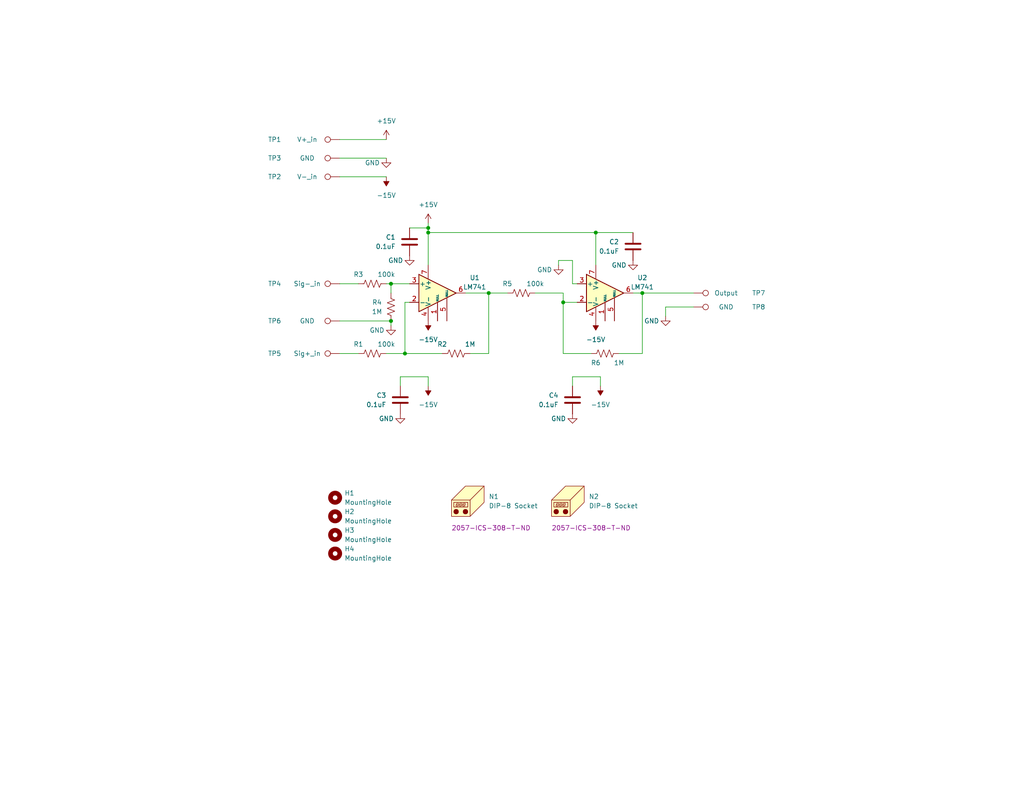
<source format=kicad_sch>
(kicad_sch (version 20230121) (generator eeschema)
  (paper "USLetter")
  (lib_symbols
    (symbol "Amplifier_Operational:LM741" (pin_names (offset 0.127))
      (property "Reference" "U" (at 0 6.35 0))
      (property "Value" "LM741" (at 0 3.81 0))
      (symbol "LM741_0_1"
        (polyline (pts (xy -5.08 5.08) (xy 5.08 0) (xy -5.08 -5.08) (xy -5.08 5.08)) (stroke (width 0.254)) (fill (type background)))
      )
      (symbol "LM741_1_1"
        (pin input line (at 0 -7.62 90) (length 5.08) (name "NULL") (number "1"))
        (pin input line (at -7.62 -2.54 0) (length 2.54) (name "-") (number "2"))
        (pin input line (at -7.62 2.54 0) (length 2.54) (name "+") (number "3"))
        (pin power_in line (at -2.54 -7.62 90) (length 3.81) (name "V-") (number "4"))
        (pin input line (at 2.54 -7.62 90) (length 6.35) (name "NULL") (number "5"))
        (pin output line (at 7.62 0 180) (length 2.54) (name "~") (number "6"))
        (pin power_in line (at -2.54 7.62 270) (length 3.81) (name "V+") (number "7"))
        (pin no_connect line (at 0 2.54 270) (length 2.54) hide (name "NC") (number "8"))
      )
    )
    (symbol "Connector:TestPoint" (pin_numbers hide) (pin_names (offset 0.762) hide)
      (property "Reference" "TP" (at 0 6.858 0))
      (property "Value" "TestPoint" (at 0 5.08 0))
      (symbol "TestPoint_0_1"
        (circle (center 0 3.302) (radius 0.762))
      )
      (symbol "TestPoint_1_1"
        (pin passive line (at 0 0 90) (length 2.54) (name "1") (number "1"))
      )
    )
    (symbol "Device:C" (pin_numbers hide) (pin_names (offset 0.254))
      (property "Reference" "C" (at 0.635 2.54 0))
      (property "Value" "C" (at 0.635 -2.54 0))
      (symbol "C_0_1"
        (polyline (pts (xy -2.032 -0.762) (xy 2.032 -0.762)) (stroke (width 0.508)))
        (polyline (pts (xy -2.032 0.762) (xy 2.032 0.762)) (stroke (width 0.508)))
      )
      (symbol "C_1_1"
        (pin passive line (at 0 3.81 270) (length 2.794) (name "~") (number "1"))
        (pin passive line (at 0 -3.81 90) (length 2.794) (name "~") (number "2"))
      )
    )
    (symbol "Device:R_US" (pin_numbers hide) (pin_names (offset 0))
      (property "Reference" "R" (at 2.54 0 90))
      (property "Value" "R_US" (at -2.54 0 90))
      (symbol "R_US_0_1"
        (polyline (pts (xy 0 -2.286) (xy 0 -2.54)))
        (polyline (pts (xy 0 2.286) (xy 0 2.54)))
        (polyline (pts (xy 0 -0.762) (xy 1.016 -1.143) (xy 0 -1.524) (xy -1.016 -1.905) (xy 0 -2.286)))
        (polyline (pts (xy 0 0.762) (xy 1.016 0.381) (xy 0 0) (xy -1.016 -0.381) (xy 0 -0.762)))
        (polyline (pts (xy 0 2.286) (xy 1.016 1.905) (xy 0 1.524) (xy -1.016 1.143) (xy 0 0.762)))
      )
      (symbol "R_US_1_1"
        (pin passive line (at 0 3.81 270) (length 1.27) (name "~") (number "1"))
        (pin passive line (at 0 -3.81 90) (length 1.27) (name "~") (number "2"))
      )
    )
    (symbol "Mechanical:Housing" (pin_names (offset 1.016))
      (property "Reference" "N" (at 3.81 0 0))
      (property "Value" "Housing" (at 3.81 -1.905 0))
      (symbol "Housing_0_1"
        (rectangle (start -5.08 -0.635) (end -1.27 -1.905))
        (circle (center -4.445 -3.175) (radius 0.635) (fill (type outline)))
        (circle (center -1.905 -3.175) (radius 0.635) (fill (type outline)))
        (polyline (pts (xy -4.5212 -1.5748) (xy -4.4704 -1.3716)))
        (polyline (pts (xy -4.4196 -1.6764) (xy -4.064 -1.6764)))
        (polyline (pts (xy -4.4196 -1.2192) (xy -4.3688 -0.9652)))
        (polyline (pts (xy -4.318 -1.3208) (xy -4.0132 -1.3208)))
        (polyline (pts (xy -4.2164 -0.9144) (xy -3.9116 -0.9144)))
        (polyline (pts (xy -3.9116 -1.6256) (xy -3.8608 -1.3716)))
        (polyline (pts (xy -3.81 -1.2192) (xy -3.7592 -0.9652)))
        (polyline (pts (xy -3.6068 -1.5748) (xy -3.556 -1.3716)))
        (polyline (pts (xy -3.5052 -1.6764) (xy -3.1496 -1.6764)))
        (polyline (pts (xy -3.5052 -1.2192) (xy -3.4544 -0.9652)))
        (polyline (pts (xy -3.4036 -1.3208) (xy -3.0988 -1.3208)))
        (polyline (pts (xy -3.302 -0.9144) (xy -2.9972 -0.9144)))
        (polyline (pts (xy -2.9972 -1.6256) (xy -2.9464 -1.3716)))
        (polyline (pts (xy -2.8956 -1.2192) (xy -2.8448 -0.9652)))
        (polyline (pts (xy -2.6924 -1.5748) (xy -2.6416 -1.3716)))
        (polyline (pts (xy -2.5908 -1.6764) (xy -2.2352 -1.6764)))
        (polyline (pts (xy -2.5908 -1.2192) (xy -2.54 -0.9652)))
        (polyline (pts (xy -2.4892 -1.3208) (xy -2.1844 -1.3208)))
        (polyline (pts (xy -2.3876 -0.9144) (xy -2.0828 -0.9144)))
        (polyline (pts (xy -2.0828 -1.6256) (xy -2.032 -1.3716)))
        (polyline (pts (xy -1.9812 -1.2192) (xy -1.9304 -0.9652)))
        (polyline (pts (xy -0.635 0) (xy -0.635 -4.445)))
        (polyline (pts (xy -5.715 0) (xy -0.635 0) (xy 3.175 3.81)))
        (polyline (pts (xy -5.715 0) (xy -5.715 -4.445) (xy -0.635 -4.445) (xy 3.175 -0.635) (xy 3.175 3.81) (xy -1.905 3.81) (xy -5.715 0)) (fill (type background)))
      )
    )
    (symbol "Mechanical:MountingHole" (pin_names (offset 1.016))
      (property "Reference" "H" (at 0 5.08 0))
      (property "Value" "MountingHole" (at 0 3.175 0))
      (symbol "MountingHole_0_1"
        (circle (center 0 0) (radius 1.27) (stroke (width 1.27)))
      )
    )
    (symbol "power:+15V" (power) (pin_names (offset 0))
      (property "Value" "+15V" (at 0 3.556 0))
      (symbol "+15V_0_1"
        (polyline (pts (xy -0.762 1.27) (xy 0 2.54)))
        (polyline (pts (xy 0 0) (xy 0 2.54)))
        (polyline (pts (xy 0 2.54) (xy 0.762 1.27)))
      )
      (symbol "+15V_1_1"
        (pin power_in line (at 0 0 90) (length 0) hide (name "+15V") (number "1"))
      )
    )
    (symbol "power:-15V" (power) (pin_names (offset 0))
      (property "Value" "-15V" (at 0 3.81 0))
      (symbol "-15V_0_0"
        (pin power_in line (at 0 0 90) (length 0) hide (name "-15V") (number "1"))
      )
      (symbol "-15V_0_1"
        (polyline (pts (xy 0 0) (xy 0 1.27) (xy 0.762 1.27) (xy 0 2.54) (xy -0.762 1.27) (xy 0 1.27)) (fill (type outline)))
      )
    )
    (symbol "power:GND" (power) (pin_names (offset 0))
      (property "Value" "GND" (at 0 -3.81 0))
      (symbol "GND_0_1"
        (polyline (pts (xy 0 0) (xy 0 -1.27) (xy 1.27 -1.27) (xy 0 -2.54) (xy -1.27 -1.27) (xy 0 -1.27)))
      )
      (symbol "GND_1_1"
        (pin power_in line (at 0 0 270) (length 0) hide (name "GND") (number "1"))
      )
    )
  )
  (junction (at 110.49 96.52))
  (junction (at 116.84 62.23))
  (junction (at 153.67 82.55))
  (junction (at 133.35 80.01))
  (junction (at 162.56 63.5))
  (junction (at 116.84 63.5))
  (junction (at 106.68 77.47))
  (junction (at 106.68 87.63))
  (junction (at 175.26 80.01))
  (wire (pts (xy 92.71 38.1) (xy 105.41 38.1)))
  (wire (pts (xy 109.22 102.87) (xy 116.84 102.87)))
  (wire (pts (xy 116.84 62.23) (xy 116.84 63.5)))
  (wire (pts (xy 181.61 86.36) (xy 181.61 83.82)))
  (wire (pts (xy 152.4 72.39) (xy 152.4 71.12)))
  (wire (pts (xy 109.22 105.41) (xy 109.22 102.87)))
  (wire (pts (xy 116.84 60.96) (xy 116.84 62.23)))
  (wire (pts (xy 92.71 96.52) (xy 97.79 96.52)))
  (wire (pts (xy 111.76 62.23) (xy 116.84 62.23)))
  (wire (pts (xy 105.41 77.47) (xy 106.68 77.47)))
  (wire (pts (xy 105.41 96.52) (xy 110.49 96.52)))
  (wire (pts (xy 111.76 82.55) (xy 110.49 82.55)))
  (wire (pts (xy 110.49 82.55) (xy 110.49 96.52)))
  (wire (pts (xy 92.71 48.26) (xy 105.41 48.26)))
  (wire (pts (xy 92.71 87.63) (xy 106.68 87.63)))
  (wire (pts (xy 156.21 71.12) (xy 156.21 77.47)))
  (wire (pts (xy 156.21 77.47) (xy 157.48 77.47)))
  (wire (pts (xy 162.56 63.5) (xy 162.56 72.39)))
  (wire (pts (xy 163.83 102.87) (xy 163.83 105.41)))
  (wire (pts (xy 181.61 83.82) (xy 189.23 83.82)))
  (wire (pts (xy 146.05 80.01) (xy 153.67 80.01)))
  (wire (pts (xy 152.4 71.12) (xy 156.21 71.12)))
  (wire (pts (xy 133.35 80.01) (xy 127 80.01)))
  (wire (pts (xy 162.56 63.5) (xy 172.72 63.5)))
  (wire (pts (xy 128.27 96.52) (xy 133.35 96.52)))
  (wire (pts (xy 175.26 80.01) (xy 189.23 80.01)))
  (wire (pts (xy 175.26 80.01) (xy 175.26 96.52)))
  (wire (pts (xy 133.35 96.52) (xy 133.35 80.01)))
  (wire (pts (xy 110.49 96.52) (xy 120.65 96.52)))
  (wire (pts (xy 116.84 102.87) (xy 116.84 105.41)))
  (wire (pts (xy 116.84 63.5) (xy 116.84 72.39)))
  (wire (pts (xy 172.72 80.01) (xy 175.26 80.01)))
  (wire (pts (xy 153.67 80.01) (xy 153.67 82.55)))
  (wire (pts (xy 92.71 77.47) (xy 97.79 77.47)))
  (wire (pts (xy 133.35 80.01) (xy 138.43 80.01)))
  (wire (pts (xy 156.21 105.41) (xy 156.21 102.87)))
  (wire (pts (xy 156.21 102.87) (xy 163.83 102.87)))
  (wire (pts (xy 175.26 96.52) (xy 168.91 96.52)))
  (wire (pts (xy 161.29 96.52) (xy 153.67 96.52)))
  (wire (pts (xy 106.68 77.47) (xy 106.68 80.01)))
  (wire (pts (xy 106.68 77.47) (xy 111.76 77.47)))
  (wire (pts (xy 153.67 82.55) (xy 157.48 82.55)))
  (wire (pts (xy 106.68 87.63) (xy 106.68 88.9)))
  (wire (pts (xy 116.84 63.5) (xy 162.56 63.5)))
  (wire (pts (xy 153.67 96.52) (xy 153.67 82.55)))
  (wire (pts (xy 92.71 43.18) (xy 105.41 43.18)))
  (symbol (lib_id "Mechanical:MountingHole") (at 91.44 151.13 0) (unit 1)
    (property "Reference" "H4" (at 93.98 149.86 0) (effects (justify left)))
    (property "Value" "MountingHole" (at 93.98 152.4 0) (effects (justify left)))
    (property "Footprint" "MountingHole:MountingHole_3.2mm_M3_Pad" (effects hide))
  )
  (symbol (lib_id "Connector:TestPoint") (at 92.71 96.52 90) (unit 1)
    (property "Reference" "TP5" (at 74.93 96.52 90))
    (property "Value" "Sig+_in" (at 83.82 96.52 90))
    (property "Footprint" "TestPoint:TestPoint_Loop_D2.54mm_Drill1.5mm_Beaded" (effects hide))
  )
  (symbol (lib_id "power:GND") (at 106.68 88.9 0) (unit 1)
    (property "Reference" "#PWR01" (effects hide))
    (property "Value" "GND" (at 102.87 90.17 0))
  )
  (symbol (lib_id "Device:R_US") (at 142.24 80.01 90) (unit 1)
    (property "Reference" "R5" (at 138.43 77.47 90))
    (property "Value" "100k" (at 146.05 77.47 90))
    (property "Footprint" "Resistor_THT:R_Axial_DIN0207_L6.3mm_D2.5mm_P10.16mm_Horizontal" (effects hide))
    (property "CatNo" "CF14JT100KCT-ND" (effects hide))
    (property "Vendor" "DigiKey" (effects hide))
  )
  (symbol (lib_id "power:GND") (at 172.72 71.12 0) (unit 1)
    (property "Reference" "#PWR05" (effects hide))
    (property "Value" "GND" (at 168.91 72.39 0))
  )
  (symbol (lib_id "power:-15V") (at 105.41 48.26 0) (mirror x) (unit 1)
    (property "Reference" "#PWR014" (effects hide))
    (property "Value" "-15V" (at 105.41 53.34 0))
  )
  (symbol (lib_id "Device:R_US") (at 165.1 96.52 270) (unit 1)
    (property "Reference" "R6" (at 162.56 99.06 90))
    (property "Value" "1M" (at 168.91 99.06 90))
    (property "Footprint" "Resistor_THT:R_Axial_DIN0207_L6.3mm_D2.5mm_P10.16mm_Horizontal" (effects hide))
    (property "CatNo" "CF14JT1M00CT-ND" (effects hide))
    (property "Vendor" "DigiKey" (effects hide))
  )
  (symbol (lib_id "Connector:TestPoint") (at 92.71 87.63 90) (unit 1)
    (property "Reference" "TP6" (at 74.93 87.63 90))
    (property "Value" "GND" (at 83.82 87.63 90))
    (property "Footprint" "TestPoint:TestPoint_Loop_D2.54mm_Drill1.5mm_Beaded" (effects hide))
  )
  (symbol (lib_id "power:GND") (at 109.22 113.03 0) (unit 1)
    (property "Reference" "#PWR09" (effects hide))
    (property "Value" "GND" (at 105.41 114.3 0))
  )
  (symbol (lib_id "power:GND") (at 111.76 69.85 0) (unit 1)
    (property "Reference" "#PWR04" (effects hide))
    (property "Value" "GND" (at 107.95 71.12 0))
  )
  (symbol (lib_id "Amplifier_Operational:LM741") (at 165.1 80.01 0) (unit 1)
    (property "Reference" "U2" (at 175.26 75.8191 0))
    (property "Value" "LM741" (at 175.26 78.3591 0))
    (property "Footprint" "Package_DIP:DIP-8_W7.62mm_Socket" (effects hide))
    (property "Datasheet" "http://www.ti.com/lit/ds/symlink/lm741.pdf" (effects hide))
    (property "CatNo" "LM741CNNS/NOPB-ND" (effects hide))
    (property "Vendor" "DigiKey" (effects hide))
  )
  (symbol (lib_id "Device:C") (at 109.22 109.22 0) (unit 1)
    (property "Reference" "C3" (at 105.41 107.95 0) (effects (justify right)))
    (property "Value" "0.1uF" (at 105.41 110.49 0) (effects (justify right)))
    (property "Footprint" "Capacitor_THT:C_Disc_D5.0mm_W2.5mm_P2.50mm" (effects hide))
    (property "CatNo" "399-4264-ND" (effects hide))
    (property "Vendor" "DigiKey" (effects hide))
  )
  (symbol (lib_id "Mechanical:MountingHole") (at 91.44 140.97 0) (unit 1)
    (property "Reference" "H2" (at 93.98 139.7 0) (effects (justify left)))
    (property "Value" "MountingHole" (at 93.98 142.24 0) (effects (justify left)))
    (property "Footprint" "MountingHole:MountingHole_3.2mm_M3_Pad" (effects hide))
  )
  (symbol (lib_id "Device:C") (at 172.72 67.31 0) (unit 1)
    (property "Reference" "C2" (at 168.91 66.04 0) (effects (justify right)))
    (property "Value" "0.1uF" (at 168.91 68.58 0) (effects (justify right)))
    (property "Footprint" "Capacitor_THT:C_Disc_D5.0mm_W2.5mm_P2.50mm" (effects hide))
    (property "CatNo" "399-4264-ND" (effects hide))
    (property "Vendor" "DigiKey" (effects hide))
  )
  (symbol (lib_id "Device:R_US") (at 124.46 96.52 90) (unit 1)
    (property "Reference" "R2" (at 120.65 93.98 90))
    (property "Value" "1M" (at 128.27 93.98 90))
    (property "Footprint" "Resistor_THT:R_Axial_DIN0207_L6.3mm_D2.5mm_P10.16mm_Horizontal" (effects hide))
    (property "CatNo" "CF14JT1M00CT-ND" (effects hide))
    (property "Vendor" "DigiKey" (effects hide))
  )
  (symbol (lib_id "power:-15V") (at 163.83 105.41 0) (mirror x) (unit 1)
    (property "Reference" "#PWR011" (effects hide))
    (property "Value" "-15V" (at 163.83 110.49 0))
  )
  (symbol (lib_id "Mechanical:Housing") (at 156.21 136.525 0) (unit 1)
    (property "Reference" "N2" (at 160.655 135.5725 0) (effects (justify left)))
    (property "Value" "DIP-8 Socket" (at 160.655 138.1125 0) (effects (justify left)))
    (property "CatNo" "2057-ICS-308-T-ND" (at 161.29 144.145 0))
    (property "Vendor" "DigiKey" (effects hide))
  )
  (symbol (lib_id "Connector:TestPoint") (at 92.71 43.18 90) (unit 1)
    (property "Reference" "TP3" (at 74.93 43.18 90))
    (property "Value" "GND" (at 83.82 43.18 90))
    (property "Footprint" "TestPoint:TestPoint_Loop_D2.54mm_Drill1.5mm_Beaded" (effects hide))
  )
  (symbol (lib_id "Connector:TestPoint") (at 92.71 48.26 90) (unit 1)
    (property "Reference" "TP2" (at 74.93 48.26 90))
    (property "Value" "V-_in" (at 83.82 48.26 90))
    (property "Footprint" "TestPoint:TestPoint_Loop_D2.54mm_Drill1.5mm_Beaded" (effects hide))
  )
  (symbol (lib_id "power:+15V") (at 116.84 60.96 0) (unit 1)
    (property "Reference" "#PWR03" (effects hide))
    (property "Value" "+15V" (at 116.84 55.88 0))
  )
  (symbol (lib_id "power:-15V") (at 116.84 87.63 0) (mirror x) (unit 1)
    (property "Reference" "#PWR06" (effects hide))
    (property "Value" "-15V" (at 116.84 92.71 0))
  )
  (symbol (lib_id "power:GND") (at 156.21 113.03 0) (unit 1)
    (property "Reference" "#PWR010" (effects hide))
    (property "Value" "GND" (at 152.4 114.3 0))
  )
  (symbol (lib_id "Connector:TestPoint") (at 92.71 77.47 90) (unit 1)
    (property "Reference" "TP4" (at 74.93 77.47 90))
    (property "Value" "Sig-_in" (at 83.82 77.47 90))
    (property "Footprint" "TestPoint:TestPoint_Loop_D2.54mm_Drill1.5mm_Beaded" (effects hide))
  )
  (symbol (lib_id "power:GND") (at 181.61 86.36 0) (unit 1)
    (property "Reference" "#PWR012" (effects hide))
    (property "Value" "GND" (at 177.8 87.63 0))
  )
  (symbol (lib_id "Device:R_US") (at 106.68 83.82 180) (unit 1)
    (property "Reference" "R4" (at 102.87 82.55 0))
    (property "Value" "1M" (at 102.87 85.09 0))
    (property "Footprint" "Resistor_THT:R_Axial_DIN0207_L6.3mm_D2.5mm_P10.16mm_Horizontal" (effects hide))
    (property "CatNo" "CF14JT1M00CT-ND" (effects hide))
    (property "Vendor" "DigiKey" (effects hide))
  )
  (symbol (lib_id "Device:C") (at 156.21 109.22 0) (unit 1)
    (property "Reference" "C4" (at 152.4 107.95 0) (effects (justify right)))
    (property "Value" "0.1uF" (at 152.4 110.49 0) (effects (justify right)))
    (property "Footprint" "Capacitor_THT:C_Disc_D5.0mm_W2.5mm_P2.50mm" (effects hide))
    (property "CatNo" "399-4264-ND" (effects hide))
    (property "Vendor" "DigiKey" (effects hide))
  )
  (symbol (lib_id "Mechanical:MountingHole") (at 91.44 146.05 0) (unit 1)
    (property "Reference" "H3" (at 93.98 144.78 0) (effects (justify left)))
    (property "Value" "MountingHole" (at 93.98 147.32 0) (effects (justify left)))
    (property "Footprint" "MountingHole:MountingHole_3.2mm_M3_Pad" (effects hide))
  )
  (symbol (lib_id "Connector:TestPoint") (at 189.23 83.82 270) (mirror x) (unit 1)
    (property "Reference" "TP8" (at 207.01 83.82 90))
    (property "Value" "GND" (at 198.12 83.82 90))
    (property "Footprint" "TestPoint:TestPoint_Loop_D2.54mm_Drill1.5mm_Beaded" (effects hide))
  )
  (symbol (lib_id "power:-15V") (at 116.84 105.41 0) (mirror x) (unit 1)
    (property "Reference" "#PWR08" (effects hide))
    (property "Value" "-15V" (at 116.84 110.49 0))
  )
  (symbol (lib_id "power:GND") (at 152.4 72.39 0) (unit 1)
    (property "Reference" "#PWR02" (effects hide))
    (property "Value" "GND" (at 148.59 73.66 0))
  )
  (symbol (lib_id "Device:R_US") (at 101.6 77.47 90) (unit 1)
    (property "Reference" "R3" (at 97.79 74.93 90))
    (property "Value" "100k" (at 105.41 74.93 90))
    (property "Footprint" "Resistor_THT:R_Axial_DIN0207_L6.3mm_D2.5mm_P10.16mm_Horizontal" (effects hide))
    (property "CatNo" "CF14JT100KCT-ND" (effects hide))
    (property "Vendor" "DigiKey" (effects hide))
  )
  (symbol (lib_id "Mechanical:MountingHole") (at 91.44 135.89 0) (unit 1)
    (property "Reference" "H1" (at 93.98 134.62 0) (effects (justify left)))
    (property "Value" "MountingHole" (at 93.98 137.16 0) (effects (justify left)))
    (property "Footprint" "MountingHole:MountingHole_3.2mm_M3_Pad" (effects hide))
  )
  (symbol (lib_id "power:+15V") (at 105.41 38.1 0) (unit 1)
    (property "Reference" "#PWR013" (effects hide))
    (property "Value" "+15V" (at 105.41 33.02 0))
  )
  (symbol (lib_id "Connector:TestPoint") (at 92.71 38.1 90) (unit 1)
    (property "Reference" "TP1" (at 74.93 38.1 90))
    (property "Value" "V+_in" (at 83.82 38.1 90))
    (property "Footprint" "TestPoint:TestPoint_Loop_D2.54mm_Drill1.5mm_Beaded" (effects hide))
  )
  (symbol (lib_id "power:GND") (at 105.41 43.18 0) (unit 1)
    (property "Reference" "#PWR015" (effects hide))
    (property "Value" "GND" (at 101.6 44.45 0))
  )
  (symbol (lib_id "Device:R_US") (at 101.6 96.52 90) (unit 1)
    (property "Reference" "R1" (at 97.79 93.98 90))
    (property "Value" "100k" (at 105.41 93.98 90))
    (property "Footprint" "Resistor_THT:R_Axial_DIN0207_L6.3mm_D2.5mm_P10.16mm_Horizontal" (effects hide))
    (property "CatNo" "CF14JT100KCT-ND" (effects hide))
    (property "Vendor" "DigiKey" (effects hide))
  )
  (symbol (lib_id "Device:C") (at 111.76 66.04 0) (unit 1)
    (property "Reference" "C1" (at 107.95 64.77 0) (effects (justify right)))
    (property "Value" "0.1uF" (at 107.95 67.31 0) (effects (justify right)))
    (property "Footprint" "Capacitor_THT:C_Disc_D5.0mm_W2.5mm_P2.50mm" (effects hide))
    (property "CatNo" "399-4264-ND" (effects hide))
    (property "Vendor" "DigiKey" (effects hide))
  )
  (symbol (lib_id "Mechanical:Housing") (at 128.905 136.525 0) (unit 1)
    (property "Reference" "N1" (at 133.35 135.5725 0) (effects (justify left)))
    (property "Value" "DIP-8 Socket" (at 133.35 138.1125 0) (effects (justify left)))
    (property "CatNo" "2057-ICS-308-T-ND" (at 133.985 144.145 0))
    (property "Vendor" "DigiKey" (effects hide))
  )
  (symbol (lib_id "power:-15V") (at 162.56 87.63 0) (mirror x) (unit 1)
    (property "Reference" "#PWR07" (effects hide))
    (property "Value" "-15V" (at 162.56 92.71 0))
  )
  (symbol (lib_id "Connector:TestPoint") (at 189.23 80.01 270) (mirror x) (unit 1)
    (property "Reference" "TP7" (at 207.01 80.01 90))
    (property "Value" "Output" (at 198.12 80.01 90))
    (property "Footprint" "TestPoint:TestPoint_Loop_D2.54mm_Drill1.5mm_Beaded" (effects hide))
  )
  (symbol (lib_id "Amplifier_Operational:LM741") (at 119.38 80.01 0) (unit 1)
    (property "Reference" "U1" (at 129.54 75.8191 0))
    (property "Value" "LM741" (at 129.54 78.3591 0))
    (property "Footprint" "Package_DIP:DIP-8_W7.62mm_Socket" (effects hide))
    (property "Datasheet" "http://www.ti.com/lit/ds/symlink/lm741.pdf" (effects hide))
    (property "CatNo" "LM741CNNS/NOPB-ND" (effects hide))
    (property "Vendor" "DigiKey" (effects hide))
  )
)
</source>
